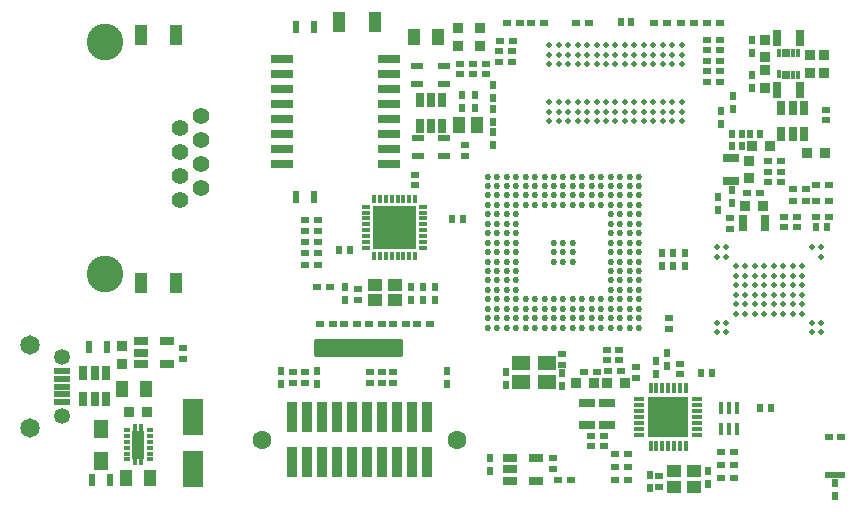
<source format=gbr>
G04 #@! TF.FileFunction,Soldermask,Top*
%FSLAX46Y46*%
G04 Gerber Fmt 4.6, Leading zero omitted, Abs format (unit mm)*
G04 Created by KiCad (PCBNEW 4.0.2-stable) date 2016-06-02 02:45:38*
%MOMM*%
G01*
G04 APERTURE LIST*
%ADD10C,0.100000*%
%ADD11O,0.950000X0.400000*%
%ADD12O,0.400000X0.950000*%
%ADD13R,1.775000X1.775000*%
%ADD14C,1.400000*%
%ADD15C,3.100000*%
%ADD16R,0.840000X2.650000*%
%ADD17C,1.600000*%
%ADD18R,0.700000X0.500000*%
%ADD19C,0.529260*%
%ADD20R,0.600000X0.700000*%
%ADD21R,0.700000X0.600000*%
%ADD22R,0.900000X0.850000*%
%ADD23R,0.850000X0.900000*%
%ADD24R,1.100000X1.350000*%
%ADD25R,0.897560X0.897560*%
%ADD26R,0.600000X1.000000*%
%ADD27R,0.500000X0.700000*%
%ADD28R,0.750000X1.160000*%
%ADD29R,1.300000X1.100000*%
%ADD30R,1.700200X3.099740*%
%ADD31C,0.500000*%
%ADD32R,0.350000X0.800000*%
%ADD33R,0.800000X0.350000*%
%ADD34R,1.825000X1.825000*%
%ADD35R,1.400000X0.800000*%
%ADD36R,0.800000X1.400000*%
%ADD37R,0.300000X0.750000*%
%ADD38R,0.300000X0.650000*%
%ADD39R,1.100000X1.700000*%
%ADD40R,1.000000X0.600000*%
%ADD41R,1.500000X1.300000*%
%ADD42R,0.600000X0.380000*%
%ADD43R,0.350000X0.700000*%
%ADD44R,1.000000X2.400000*%
%ADD45R,1.300000X1.600000*%
%ADD46R,1.160000X0.750000*%
%ADD47R,1.700000X0.500000*%
%ADD48R,0.450000X1.100000*%
%ADD49R,1.880000X0.720000*%
%ADD50C,0.498780*%
%ADD51R,1.450000X0.500000*%
%ADD52C,1.350000*%
%ADD53C,1.650000*%
%ADD54C,0.254000*%
G04 APERTURE END LIST*
D10*
D11*
X177317951Y-113355283D03*
X177317951Y-113855283D03*
X177317951Y-114355283D03*
X177317951Y-114855283D03*
X177317951Y-115355283D03*
X177317951Y-115855283D03*
X177317951Y-116355283D03*
D12*
X178267951Y-117305283D03*
X178767951Y-117305283D03*
X179267951Y-117305283D03*
X179767951Y-117305283D03*
X180267951Y-117305283D03*
X180767951Y-117305283D03*
X181267951Y-117305283D03*
D11*
X182217951Y-116355283D03*
X182217951Y-115855283D03*
X182217951Y-115355283D03*
X182217951Y-114855283D03*
X182217951Y-114355283D03*
X182217951Y-113855283D03*
X182217951Y-113355283D03*
D12*
X181267951Y-112405283D03*
X180767951Y-112405283D03*
X180267951Y-112405283D03*
X179767951Y-112405283D03*
X179267951Y-112405283D03*
X178767951Y-112405283D03*
X178267951Y-112405283D03*
D13*
X180605451Y-115692783D03*
X180605451Y-114017783D03*
X178930451Y-115692783D03*
X178930451Y-114017783D03*
D14*
X138400000Y-96480000D03*
X140180000Y-95460000D03*
X138400000Y-94440000D03*
X140180000Y-93420000D03*
X138400000Y-92400000D03*
X140180000Y-91380000D03*
X138400000Y-90360000D03*
X140180000Y-89340000D03*
D15*
X132090000Y-102710000D03*
X132090000Y-83110000D03*
D16*
X147910000Y-118710000D03*
X147910000Y-114900000D03*
X149180000Y-118710000D03*
X149180000Y-114900000D03*
X150450000Y-118710000D03*
X150450000Y-114900000D03*
X151720000Y-118710000D03*
X151720000Y-114900000D03*
X152990000Y-118710000D03*
X152990000Y-114900000D03*
X154260000Y-118710000D03*
X154260000Y-114900000D03*
X155530000Y-118710000D03*
X155530000Y-114900000D03*
X156800000Y-118710000D03*
X156800000Y-114900000D03*
X158070000Y-118710000D03*
X158070000Y-114900000D03*
X159340000Y-118710000D03*
X159340000Y-114900000D03*
D17*
X161880000Y-116805000D03*
X145370000Y-116805000D03*
D18*
X175600000Y-109150000D03*
X175600000Y-110050000D03*
D19*
X164501740Y-94501740D03*
X165301840Y-94501740D03*
X166101940Y-94501740D03*
X166902040Y-94501740D03*
X167702140Y-94501740D03*
X168502240Y-94501740D03*
X169302340Y-94501740D03*
X170102440Y-94501740D03*
X170900000Y-94501740D03*
X171697560Y-94501740D03*
X172497660Y-94501740D03*
X173297760Y-94501740D03*
X174097860Y-94501740D03*
X174897960Y-94501740D03*
X175698060Y-94501740D03*
X176498160Y-94501740D03*
X177298260Y-94501740D03*
X164501740Y-95301840D03*
X165301840Y-95301840D03*
X166101940Y-95301840D03*
X166902040Y-95301840D03*
X167702140Y-95301840D03*
X168502240Y-95301840D03*
X169302340Y-95301840D03*
X170102440Y-95301840D03*
X170900000Y-95301840D03*
X171697560Y-95301840D03*
X172497660Y-95301840D03*
X173297760Y-95301840D03*
X174097860Y-95301840D03*
X174897960Y-95301840D03*
X175698060Y-95301840D03*
X176498160Y-95301840D03*
X177298260Y-95301840D03*
X164501740Y-96101940D03*
X165301840Y-96101940D03*
X166101940Y-96101940D03*
X166902040Y-96101940D03*
X167702140Y-96101940D03*
X168502240Y-96101940D03*
X169302340Y-96101940D03*
X170102440Y-96101940D03*
X170900000Y-96101940D03*
X171697560Y-96101940D03*
X172497660Y-96101940D03*
X173297760Y-96101940D03*
X174097860Y-96101940D03*
X174897960Y-96101940D03*
X175698060Y-96101940D03*
X176498160Y-96101940D03*
X177298260Y-96101940D03*
X164501740Y-96902040D03*
X165301840Y-96902040D03*
X166101940Y-96902040D03*
X166902040Y-96902040D03*
X167702140Y-96902040D03*
X168502240Y-96902040D03*
X169302340Y-96902040D03*
X170102440Y-96902040D03*
X170900000Y-96902040D03*
X171697560Y-96902040D03*
X172497660Y-96902040D03*
X173297760Y-96902040D03*
X174097860Y-96902040D03*
X174897960Y-96902040D03*
X175698060Y-96902040D03*
X176498160Y-96902040D03*
X177298260Y-96902040D03*
X164501740Y-97702140D03*
X165301840Y-97702140D03*
X166101940Y-97702140D03*
X166902040Y-97702140D03*
X174897960Y-97702140D03*
X175698060Y-97702140D03*
X176498160Y-97702140D03*
X177298260Y-97702140D03*
X164501740Y-98502240D03*
X165301840Y-98502240D03*
X166101940Y-98502240D03*
X166902040Y-98502240D03*
X174897960Y-98502240D03*
X175698060Y-98502240D03*
X176498160Y-98502240D03*
X177298260Y-98502240D03*
X164501740Y-99302340D03*
X165301840Y-99302340D03*
X166101940Y-99302340D03*
X166902040Y-99302340D03*
X174897960Y-99302340D03*
X175698060Y-99302340D03*
X176498160Y-99302340D03*
X177298260Y-99302340D03*
X164501740Y-100102440D03*
X165301840Y-100102440D03*
X166101940Y-100102440D03*
X166902040Y-100102440D03*
X170102440Y-100102440D03*
X170900000Y-100102440D03*
X171697560Y-100102440D03*
X174897960Y-100102440D03*
X175698060Y-100102440D03*
X176498160Y-100102440D03*
X177298260Y-100102440D03*
X164501740Y-100900000D03*
X165301840Y-100900000D03*
X166101940Y-100900000D03*
X166902040Y-100900000D03*
X170102440Y-100900000D03*
X170900000Y-100900000D03*
X171697560Y-100900000D03*
X174897960Y-100900000D03*
X175698060Y-100900000D03*
X176498160Y-100900000D03*
X177298260Y-100900000D03*
X164501740Y-101697560D03*
X165301840Y-101697560D03*
X166101940Y-101697560D03*
X166902040Y-101697560D03*
X170102440Y-101697560D03*
X170900000Y-101697560D03*
X171697560Y-101697560D03*
X174897960Y-101697560D03*
X175698060Y-101697560D03*
X176498160Y-101697560D03*
X177298260Y-101697560D03*
X164501740Y-102497660D03*
X165301840Y-102497660D03*
X166101940Y-102497660D03*
X166902040Y-102497660D03*
X174897960Y-102497660D03*
X175698060Y-102497660D03*
X176498160Y-102497660D03*
X177298260Y-102497660D03*
X164501740Y-103297760D03*
X165301840Y-103297760D03*
X166101940Y-103297760D03*
X166902040Y-103297760D03*
X174897960Y-103297760D03*
X175698060Y-103297760D03*
X176498160Y-103297760D03*
X177298260Y-103297760D03*
X164501740Y-104097860D03*
X165301840Y-104097860D03*
X166101940Y-104097860D03*
X166902040Y-104097860D03*
X174897960Y-104097860D03*
X175698060Y-104097860D03*
X176498160Y-104097860D03*
X177298260Y-104097860D03*
X164501740Y-104897960D03*
X165301840Y-104897960D03*
X166101940Y-104897960D03*
X166902040Y-104897960D03*
X167702140Y-104897960D03*
X168502240Y-104897960D03*
X169302340Y-104897960D03*
X170102440Y-104897960D03*
X170900000Y-104897960D03*
X171697560Y-104897960D03*
X172497660Y-104897960D03*
X173297760Y-104897960D03*
X174097860Y-104897960D03*
X174897960Y-104897960D03*
X175698060Y-104897960D03*
X176498160Y-104897960D03*
X177298260Y-104897960D03*
X164501740Y-105698060D03*
X165301840Y-105698060D03*
X166101940Y-105698060D03*
X166902040Y-105698060D03*
X167702140Y-105698060D03*
X168502240Y-105698060D03*
X169302340Y-105698060D03*
X170102440Y-105698060D03*
X170900000Y-105698060D03*
X171697560Y-105698060D03*
X172497660Y-105698060D03*
X173297760Y-105698060D03*
X174097860Y-105698060D03*
X174897960Y-105698060D03*
X175698060Y-105698060D03*
X176498160Y-105698060D03*
X177298260Y-105698060D03*
X164501740Y-106498160D03*
X165301840Y-106498160D03*
X166101940Y-106498160D03*
X166902040Y-106498160D03*
X167702140Y-106498160D03*
X168502240Y-106498160D03*
X169302340Y-106498160D03*
X170102440Y-106498160D03*
X170900000Y-106498160D03*
X171697560Y-106498160D03*
X172497660Y-106498160D03*
X173297760Y-106498160D03*
X174097860Y-106498160D03*
X174897960Y-106498160D03*
X175698060Y-106498160D03*
X176498160Y-106498160D03*
X177298260Y-106498160D03*
X164501740Y-107298260D03*
X165301840Y-107298260D03*
X166101940Y-107298260D03*
X166902040Y-107298260D03*
X167702140Y-107298260D03*
X168502240Y-107298260D03*
X169302340Y-107298260D03*
X170102440Y-107298260D03*
X170900000Y-107298260D03*
X171697560Y-107298260D03*
X172497660Y-107298260D03*
X173297760Y-107298260D03*
X174097860Y-107298260D03*
X174897960Y-107298260D03*
X175698060Y-107298260D03*
X176498160Y-107298260D03*
X177298260Y-107298260D03*
D20*
X179200000Y-100950000D03*
X179200000Y-102050000D03*
D21*
X192250000Y-96550000D03*
X193350000Y-96550000D03*
X156450000Y-107000000D03*
X157550000Y-107000000D03*
D20*
X180200000Y-100950000D03*
X180200000Y-102050000D03*
D21*
X190300000Y-96550000D03*
X191400000Y-96550000D03*
D20*
X181200000Y-100950000D03*
X181200000Y-102050000D03*
D21*
X192250000Y-95250000D03*
X193350000Y-95250000D03*
D20*
X185200000Y-95650000D03*
X185200000Y-96750000D03*
D21*
X154400000Y-107000000D03*
X155500000Y-107000000D03*
D22*
X176100000Y-112000000D03*
X174600000Y-112000000D03*
X187775000Y-97000000D03*
X186275000Y-97000000D03*
X173450000Y-112000000D03*
X171950000Y-112000000D03*
D21*
X166150000Y-81500000D03*
X167250000Y-81500000D03*
X152350000Y-107000000D03*
X153450000Y-107000000D03*
X175750000Y-111000000D03*
X174650000Y-111000000D03*
X187575000Y-95925000D03*
X186475000Y-95925000D03*
X173725000Y-111025000D03*
X172625000Y-111025000D03*
X150300000Y-107000000D03*
X151400000Y-107000000D03*
D20*
X164900000Y-87850000D03*
X164900000Y-86750000D03*
D21*
X190300000Y-95550000D03*
X191400000Y-95550000D03*
X158500000Y-107000000D03*
X159600000Y-107000000D03*
D20*
X179650000Y-109400000D03*
X179650000Y-110500000D03*
X170800000Y-111125000D03*
X170800000Y-112225000D03*
X166050000Y-112175000D03*
X166050000Y-111075000D03*
X178200000Y-120850000D03*
X178200000Y-119750000D03*
X183100000Y-119450000D03*
X183100000Y-120550000D03*
D23*
X133500000Y-108850000D03*
X133500000Y-110350000D03*
D20*
X164700000Y-118350000D03*
X164700000Y-119450000D03*
D22*
X134100000Y-114450000D03*
X135600000Y-114450000D03*
D24*
X133550000Y-112450000D03*
X135550000Y-112450000D03*
D23*
X192943670Y-84203360D03*
X192943670Y-85703360D03*
D20*
X193894717Y-120417951D03*
X193894717Y-121517951D03*
D23*
X187943670Y-82903360D03*
X187943670Y-84403360D03*
X187943670Y-87003360D03*
X187943670Y-85503360D03*
D24*
X133850000Y-120050000D03*
X135850000Y-120050000D03*
D20*
X186843670Y-82903360D03*
X186843670Y-84003360D03*
X186843670Y-87003360D03*
X186843670Y-85903360D03*
D23*
X191743670Y-84203360D03*
X191743670Y-85703360D03*
D25*
X191550700Y-92500000D03*
X193049300Y-92500000D03*
D26*
X130750000Y-108900000D03*
X132250000Y-108900000D03*
X132500000Y-120200000D03*
X131000000Y-120200000D03*
D27*
X187550000Y-114100000D03*
X188450000Y-114100000D03*
D18*
X193100000Y-89750000D03*
X193100000Y-88850000D03*
X180800000Y-111250000D03*
X180800000Y-110350000D03*
X179000000Y-120750000D03*
X179000000Y-119850000D03*
D27*
X182550000Y-111150000D03*
X183450000Y-111150000D03*
D18*
X138700000Y-109050000D03*
X138700000Y-109950000D03*
D28*
X132150000Y-111100000D03*
X131200000Y-111100000D03*
X130250000Y-111100000D03*
X130250000Y-113300000D03*
X132150000Y-113300000D03*
X131200000Y-113300000D03*
D29*
X180250000Y-120750000D03*
X181950000Y-120750000D03*
X181950000Y-119450000D03*
X180250000Y-119450000D03*
D20*
X184250000Y-90050000D03*
X184250000Y-88950000D03*
X185250000Y-88800000D03*
X185250000Y-87700000D03*
D21*
X183050000Y-82900000D03*
X184150000Y-82900000D03*
X165500000Y-83000000D03*
X166600000Y-83000000D03*
D22*
X186850000Y-91900000D03*
X188350000Y-91900000D03*
D21*
X183050000Y-86500000D03*
X184150000Y-86500000D03*
X183050000Y-85600000D03*
X184150000Y-85600000D03*
X183050000Y-83800000D03*
X184150000Y-83800000D03*
D23*
X186600000Y-94650000D03*
X186600000Y-93150000D03*
D21*
X165450000Y-83900000D03*
X166550000Y-83900000D03*
X183050000Y-84700000D03*
X184150000Y-84700000D03*
X180850000Y-81500000D03*
X181950000Y-81500000D03*
X183050000Y-81500000D03*
X184150000Y-81500000D03*
X165450000Y-84800000D03*
X166550000Y-84800000D03*
X189550000Y-97900000D03*
X190650000Y-97900000D03*
X189550000Y-98800000D03*
X190650000Y-98800000D03*
X192250000Y-97900000D03*
X193350000Y-97900000D03*
D18*
X179850000Y-106500000D03*
X179850000Y-107400000D03*
D27*
X193200000Y-98800000D03*
X192300000Y-98800000D03*
D18*
X174300000Y-116450000D03*
X174300000Y-117350000D03*
X185000000Y-98050000D03*
X185000000Y-98950000D03*
X173200000Y-116450000D03*
X173200000Y-117350000D03*
X177000000Y-110650000D03*
X177000000Y-111550000D03*
X170800000Y-110450000D03*
X170800000Y-109550000D03*
D27*
X185150000Y-90900000D03*
X186050000Y-90900000D03*
X186650000Y-90900000D03*
X187550000Y-90900000D03*
X185150000Y-91900000D03*
X186050000Y-91900000D03*
D30*
X139550000Y-119299640D03*
X139550000Y-114900360D03*
D31*
X192700000Y-100500000D03*
X192700000Y-101300000D03*
X192700000Y-106900000D03*
X192700000Y-107700000D03*
X191900000Y-100500000D03*
X191900000Y-106900000D03*
X191900000Y-107700000D03*
X191100000Y-102100000D03*
X191100000Y-102900000D03*
X191100000Y-103700000D03*
X191100000Y-104500000D03*
X191100000Y-105300000D03*
X191100000Y-106100000D03*
X190300000Y-102100000D03*
X190300000Y-102900000D03*
X190300000Y-103700000D03*
X190300000Y-104500000D03*
X190300000Y-105300000D03*
X190300000Y-106100000D03*
X189500000Y-102100000D03*
X189500000Y-102900000D03*
X189500000Y-103700000D03*
X189500000Y-104500000D03*
X189500000Y-105300000D03*
X189500000Y-106100000D03*
X188700000Y-102100000D03*
X188700000Y-102900000D03*
X188700000Y-103700000D03*
X188700000Y-104500000D03*
X188700000Y-105300000D03*
X188700000Y-106100000D03*
X187900000Y-102100000D03*
X187900000Y-102900000D03*
X187900000Y-103700000D03*
X187900000Y-104500000D03*
X187900000Y-105300000D03*
X187900000Y-106100000D03*
X187100000Y-102100000D03*
X187100000Y-102900000D03*
X187100000Y-103700000D03*
X187100000Y-104500000D03*
X187100000Y-105300000D03*
X187100000Y-106100000D03*
X186300000Y-102100000D03*
X186300000Y-102900000D03*
X186300000Y-103700000D03*
X186300000Y-104500000D03*
X186300000Y-105300000D03*
X186300000Y-106100000D03*
X185500000Y-102100000D03*
X185500000Y-102900000D03*
X185500000Y-103700000D03*
X185500000Y-104500000D03*
X185500000Y-105300000D03*
X185500000Y-106100000D03*
X184700000Y-100500000D03*
X184700000Y-101300000D03*
X184700000Y-106900000D03*
X184700000Y-107700000D03*
X183900000Y-100500000D03*
X183900000Y-101300000D03*
X183900000Y-106900000D03*
X183900000Y-107700000D03*
D32*
X154850000Y-101200000D03*
X155350000Y-101200000D03*
X155850000Y-101200000D03*
X156350000Y-101200000D03*
X156850000Y-101200000D03*
X157350000Y-101200000D03*
X157850000Y-101200000D03*
X158350000Y-101200000D03*
D33*
X159000000Y-100550000D03*
X159000000Y-100050000D03*
X159000000Y-99550000D03*
X159000000Y-99050000D03*
X159000000Y-98550000D03*
X159000000Y-98050000D03*
X159000000Y-97550000D03*
X159000000Y-97050000D03*
D32*
X158350000Y-96400000D03*
X157850000Y-96400000D03*
X157350000Y-96400000D03*
X156850000Y-96400000D03*
X156350000Y-96400000D03*
X155850000Y-96400000D03*
X155350000Y-96400000D03*
X154850000Y-96400000D03*
D33*
X154200000Y-97050000D03*
X154200000Y-97550000D03*
X154200000Y-98050000D03*
X154200000Y-98550000D03*
X154200000Y-99050000D03*
X154200000Y-99550000D03*
X154200000Y-100050000D03*
X154200000Y-100550000D03*
D34*
X157462500Y-97937500D03*
X155737500Y-97937500D03*
X157462500Y-99662500D03*
X155737500Y-99662500D03*
D35*
X174600000Y-115550000D03*
X174600000Y-113650000D03*
D36*
X186100000Y-98425000D03*
X188000000Y-98425000D03*
D35*
X172900000Y-115550000D03*
X172900000Y-113650000D03*
D36*
X190893670Y-87153360D03*
X188993670Y-87153360D03*
X190893670Y-82753360D03*
X188993670Y-82753360D03*
D35*
X185100000Y-94850000D03*
X185100000Y-92950000D03*
D37*
X189143670Y-85828360D03*
D38*
X189543670Y-85878360D03*
X189943670Y-85878360D03*
X190343670Y-85878360D03*
X190743670Y-85878360D03*
X190743670Y-84028360D03*
X190343670Y-84028360D03*
X189943670Y-84028360D03*
X189543670Y-84028360D03*
X189143670Y-84028360D03*
D21*
X184250000Y-117800000D03*
X185350000Y-117800000D03*
X175250000Y-119100000D03*
X176350000Y-119100000D03*
X175250000Y-120200000D03*
X176350000Y-120200000D03*
X184250000Y-120000000D03*
X185350000Y-120000000D03*
X175250000Y-118000000D03*
X176350000Y-118000000D03*
D20*
X178700000Y-111250000D03*
X178700000Y-110150000D03*
D21*
X184250000Y-118900000D03*
X185350000Y-118900000D03*
D20*
X164900000Y-90750000D03*
X164900000Y-91850000D03*
X164900000Y-88750000D03*
X164900000Y-89850000D03*
X184000000Y-97350000D03*
X184000000Y-96250000D03*
D21*
X171950000Y-81500000D03*
X173050000Y-81500000D03*
X178550000Y-81500000D03*
X179650000Y-81500000D03*
X168150000Y-81500000D03*
X169250000Y-81500000D03*
X188250000Y-94100000D03*
X189350000Y-94100000D03*
X188250000Y-93200000D03*
X189350000Y-93200000D03*
X188250000Y-95000000D03*
X189350000Y-95000000D03*
X149000000Y-100050000D03*
X150100000Y-100050000D03*
X150000000Y-103850000D03*
X151100000Y-103850000D03*
X149000000Y-101000000D03*
X150100000Y-101000000D03*
X149000000Y-101950000D03*
X150100000Y-101950000D03*
X149000000Y-99100000D03*
X150100000Y-99100000D03*
X149000000Y-98150000D03*
X150100000Y-98150000D03*
D20*
X157950000Y-103850000D03*
X157950000Y-104950000D03*
X152400000Y-104950000D03*
X152400000Y-103850000D03*
X159000000Y-103850000D03*
X159000000Y-104950000D03*
X160000000Y-103850000D03*
X160000000Y-104950000D03*
D39*
X151900000Y-81400000D03*
X154900000Y-81400000D03*
X135100000Y-103500000D03*
X138100000Y-103500000D03*
X135100000Y-82500000D03*
X138100000Y-82500000D03*
D27*
X152800000Y-100700000D03*
X151900000Y-100700000D03*
D40*
X160800000Y-92750000D03*
X160800000Y-91250000D03*
D18*
X153500000Y-104050000D03*
X153500000Y-104950000D03*
D40*
X158600000Y-92750000D03*
X158600000Y-91250000D03*
X158500000Y-85150000D03*
X158500000Y-86650000D03*
X160800000Y-85150000D03*
X160800000Y-86650000D03*
D26*
X149750000Y-96200000D03*
X148250000Y-96200000D03*
X149750000Y-81800000D03*
X148250000Y-81800000D03*
D29*
X154950000Y-104950000D03*
X156650000Y-104950000D03*
X156650000Y-103650000D03*
X154950000Y-103650000D03*
D28*
X160650000Y-88000000D03*
X159700000Y-88000000D03*
X158750000Y-88000000D03*
X158750000Y-90200000D03*
X160650000Y-90200000D03*
X159700000Y-90200000D03*
D27*
X161500000Y-98100000D03*
X162400000Y-98100000D03*
D18*
X158350000Y-95250000D03*
X158350000Y-94350000D03*
X162550000Y-92750000D03*
X162550000Y-91850000D03*
D41*
X169500000Y-110325000D03*
X167300000Y-110325000D03*
X167300000Y-111925000D03*
X169500000Y-111925000D03*
D42*
X133950000Y-115950000D03*
X133950000Y-116450000D03*
X133950000Y-116950000D03*
X133950000Y-117450000D03*
X133950000Y-117950000D03*
X133950000Y-118450000D03*
X135850000Y-118450000D03*
X135850000Y-117950000D03*
X135850000Y-117450000D03*
X135850000Y-116950000D03*
X135850000Y-116450000D03*
X135850000Y-115950000D03*
D43*
X135150000Y-118600000D03*
X134650000Y-118600000D03*
X135150000Y-115800000D03*
X134650000Y-115800000D03*
D44*
X134900000Y-117200000D03*
D45*
X131750000Y-115850000D03*
X131750000Y-118550000D03*
D20*
X162275000Y-88700000D03*
X162275000Y-87600000D03*
X163425000Y-88700000D03*
X163425000Y-87600000D03*
D24*
X162075000Y-90150000D03*
X163575000Y-90150000D03*
D20*
X161000000Y-112050000D03*
X161000000Y-110950000D03*
X150000000Y-112050000D03*
X150000000Y-110950000D03*
X147000000Y-112050000D03*
X147000000Y-110950000D03*
D18*
X162100000Y-85850000D03*
X162100000Y-84950000D03*
X163200000Y-85850000D03*
X163200000Y-84950000D03*
X164300000Y-85850000D03*
X164300000Y-84950000D03*
X156500000Y-111050000D03*
X156500000Y-111950000D03*
X155500000Y-111050000D03*
X155500000Y-111950000D03*
X154500000Y-111050000D03*
X154500000Y-111950000D03*
X149000000Y-111950000D03*
X149000000Y-111050000D03*
X148000000Y-111950000D03*
X148000000Y-111050000D03*
X174600000Y-109150000D03*
X174600000Y-110050000D03*
X170000000Y-119250000D03*
X170000000Y-118350000D03*
D46*
X166400000Y-118350000D03*
X166400000Y-119300000D03*
X166400000Y-120250000D03*
X168600000Y-120250000D03*
X168600000Y-118350000D03*
D21*
X170400000Y-120200000D03*
X171500000Y-120200000D03*
D18*
X194394717Y-116567951D03*
X193394717Y-116567951D03*
D47*
X193894717Y-119767951D03*
D27*
X176650000Y-81400000D03*
X175750000Y-81400000D03*
D46*
X135100000Y-108450000D03*
X135100000Y-109400000D03*
X135100000Y-110350000D03*
X137300000Y-110350000D03*
X137300000Y-108450000D03*
D24*
X158250000Y-82700000D03*
X160250000Y-82700000D03*
D25*
X162000000Y-81950700D03*
X162000000Y-83449300D03*
X163800000Y-81950700D03*
X163800000Y-83449300D03*
D48*
X185550000Y-114100000D03*
X184900000Y-114100000D03*
X184250000Y-114100000D03*
X184250000Y-115900000D03*
X184900000Y-115900000D03*
X185550000Y-115900000D03*
D28*
X189350000Y-90900000D03*
X190300000Y-90900000D03*
X191250000Y-90900000D03*
X191250000Y-88700000D03*
X189350000Y-88700000D03*
X190300000Y-88700000D03*
D49*
X156110000Y-93445000D03*
X156110000Y-92175000D03*
X156110000Y-90905000D03*
X156110000Y-89635000D03*
X156110000Y-88365000D03*
X156110000Y-87095000D03*
X156110000Y-85825000D03*
X156110000Y-84555000D03*
X147090000Y-84555000D03*
X147090000Y-85825000D03*
X147090000Y-87095000D03*
X147090000Y-88365000D03*
X147090000Y-89635000D03*
X147090000Y-90905000D03*
X147090000Y-92175000D03*
X147090000Y-93445000D03*
D50*
X169699300Y-89800400D03*
X169699300Y-89000300D03*
X169699300Y-88200200D03*
X169699300Y-84999800D03*
X169699300Y-84199700D03*
X169699300Y-83399600D03*
X170499400Y-89800400D03*
X171299500Y-89800400D03*
X172099600Y-89800400D03*
X172897160Y-89800400D03*
X173697260Y-89800400D03*
X174497360Y-89800400D03*
X175297460Y-89800400D03*
X175297460Y-89000300D03*
X175297460Y-88200200D03*
X175300000Y-85002340D03*
X175300000Y-84202240D03*
X175300000Y-83402140D03*
X174499900Y-83402140D03*
X173699800Y-83402140D03*
X172899700Y-83402140D03*
X172102140Y-83402140D03*
X171302040Y-83402140D03*
X170501940Y-83402140D03*
X172099600Y-88200200D03*
X172897160Y-88200200D03*
X172899700Y-85002340D03*
X172102140Y-85002340D03*
X171302040Y-85002340D03*
X171299500Y-88200200D03*
X171299500Y-89000300D03*
X172099600Y-89000300D03*
X172897160Y-89000300D03*
X173697260Y-89000300D03*
X174497360Y-89000300D03*
X174497360Y-88200200D03*
X173697260Y-88200200D03*
X173699800Y-85002340D03*
X174499900Y-85002340D03*
X174499900Y-84202240D03*
X173699800Y-84202240D03*
X172899700Y-84202240D03*
X172102140Y-84202240D03*
X171302040Y-84202240D03*
X170501940Y-84202240D03*
X170501940Y-85002340D03*
X170499400Y-88200200D03*
X170499400Y-89000300D03*
X180900700Y-89800400D03*
X180900700Y-83399600D03*
X176100100Y-89800400D03*
X176100100Y-89000300D03*
X176100100Y-88200200D03*
X176100100Y-84999800D03*
X176100100Y-84199700D03*
X176100100Y-83399600D03*
X176900200Y-89800400D03*
X176900200Y-89000300D03*
X176900200Y-88200200D03*
X176900200Y-84999800D03*
X176900200Y-84199700D03*
X176900200Y-83399600D03*
X177700300Y-89800400D03*
X177700300Y-89000300D03*
X177700300Y-88200200D03*
X177700300Y-84999800D03*
X177700300Y-84199700D03*
X177700300Y-83399600D03*
X178500400Y-89800400D03*
X178500400Y-89000300D03*
X178500400Y-88200200D03*
X178500400Y-84999800D03*
X178500400Y-84199700D03*
X178500400Y-83399600D03*
X179300500Y-89800400D03*
X179300500Y-89000300D03*
X179300500Y-88200200D03*
X179300500Y-84999800D03*
X179300500Y-84199700D03*
X179300500Y-83399600D03*
X180100600Y-89800400D03*
X180100600Y-89000300D03*
X180100600Y-88200200D03*
X180100600Y-84999800D03*
X180100600Y-84199700D03*
X180100600Y-83399600D03*
X180900700Y-89000300D03*
X180900700Y-88200200D03*
X180900700Y-84999800D03*
X180900700Y-84199700D03*
D51*
X128462540Y-110999100D03*
X128462540Y-111649100D03*
X128462540Y-112299100D03*
X128462540Y-112949100D03*
X128462540Y-113599100D03*
D52*
X128462540Y-109799100D03*
X128462540Y-114799100D03*
D53*
X125762540Y-108799100D03*
X125762540Y-115799100D03*
D54*
G36*
X157173000Y-109573000D02*
X149827000Y-109573000D01*
X149827000Y-108327000D01*
X157173000Y-108327000D01*
X157173000Y-109573000D01*
X157173000Y-109573000D01*
G37*
X157173000Y-109573000D02*
X149827000Y-109573000D01*
X149827000Y-108327000D01*
X157173000Y-108327000D01*
X157173000Y-109573000D01*
M02*

</source>
